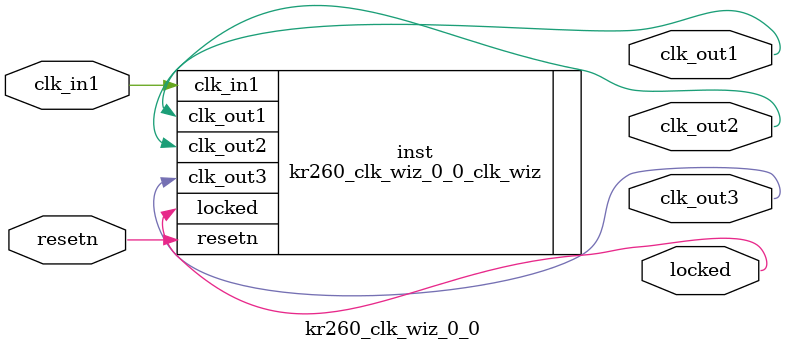
<source format=v>


`timescale 1ps/1ps

(* CORE_GENERATION_INFO = "kr260_clk_wiz_0_0,clk_wiz_v6_0_14_0_0,{component_name=kr260_clk_wiz_0_0,use_phase_alignment=false,use_min_o_jitter=false,use_max_i_jitter=false,use_dyn_phase_shift=false,use_inclk_switchover=false,use_dyn_reconfig=false,enable_axi=0,feedback_source=FDBK_AUTO,PRIMITIVE=MMCM,num_out_clk=3,clkin1_period=10.000,clkin2_period=10.000,use_power_down=false,use_reset=true,use_locked=true,use_inclk_stopped=false,feedback_type=SINGLE,CLOCK_MGR_TYPE=NA,manual_override=false}" *)

module kr260_clk_wiz_0_0 
 (
  // Clock out ports
  output        clk_out1,
  output        clk_out2,
  output        clk_out3,
  // Status and control signals
  input         resetn,
  output        locked,
 // Clock in ports
  input         clk_in1
 );

  kr260_clk_wiz_0_0_clk_wiz inst
  (
  // Clock out ports  
  .clk_out1(clk_out1),
  .clk_out2(clk_out2),
  .clk_out3(clk_out3),
  // Status and control signals               
  .resetn(resetn), 
  .locked(locked),
 // Clock in ports
  .clk_in1(clk_in1)
  );

endmodule

</source>
